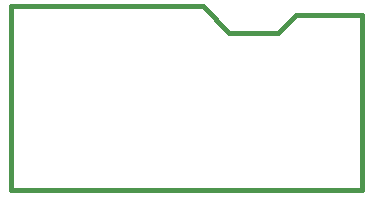
<source format=gbr>
G04 (created by PCBNEW-RS274X (2012-01-19 BZR 3256)-stable) date 12/05/2013 23:19:03*
G01*
G70*
G90*
%MOIN*%
G04 Gerber Fmt 3.4, Leading zero omitted, Abs format*
%FSLAX34Y34*%
G04 APERTURE LIST*
%ADD10C,0.006000*%
%ADD11C,0.015000*%
G04 APERTURE END LIST*
G54D10*
G54D11*
X54950Y-40425D02*
X54300Y-40425D01*
X54975Y-40425D02*
X54950Y-40425D01*
X54975Y-34575D02*
X54975Y-40425D01*
X52175Y-35175D02*
X52075Y-35175D01*
X52775Y-34575D02*
X52175Y-35175D01*
X54975Y-34575D02*
X52775Y-34575D01*
X49675Y-34300D02*
X43275Y-34300D01*
X50550Y-35175D02*
X49675Y-34300D01*
X52075Y-35175D02*
X50550Y-35175D01*
X53461Y-40421D02*
X54299Y-40421D01*
X53420Y-40420D02*
X53460Y-40420D01*
X43280Y-40420D02*
X53420Y-40420D01*
X43280Y-34300D02*
X43280Y-40420D01*
M02*

</source>
